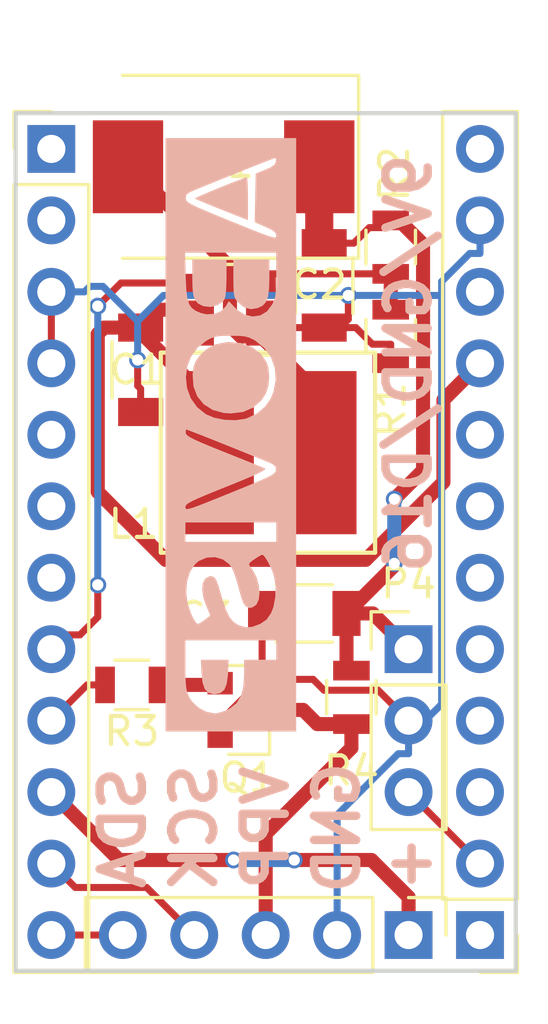
<source format=kicad_pcb>
(kicad_pcb (version 20171130) (host pcbnew "(5.1.12)-1")

  (general
    (thickness 1.6)
    (drawings 10)
    (tracks 120)
    (zones 0)
    (modules 16)
    (nets 14)
  )

  (page A4)
  (layers
    (0 F.Cu signal)
    (31 B.Cu signal)
    (32 B.Adhes user hide)
    (33 F.Adhes user hide)
    (34 B.Paste user hide)
    (35 F.Paste user hide)
    (36 B.SilkS user hide)
    (37 F.SilkS user hide)
    (38 B.Mask user hide)
    (39 F.Mask user hide)
    (40 Dwgs.User user hide)
    (41 Cmts.User user hide)
    (42 Eco1.User user)
    (43 Eco2.User user)
    (44 Edge.Cuts user)
    (45 Margin user)
    (46 B.CrtYd user)
    (47 F.CrtYd user)
    (48 B.Fab user)
    (49 F.Fab user)
  )

  (setup
    (last_trace_width 0.25)
    (user_trace_width 0.4)
    (user_trace_width 0.5)
    (user_trace_width 0.8)
    (user_trace_width 1)
    (user_trace_width 1.6)
    (trace_clearance 0.2)
    (zone_clearance 0.508)
    (zone_45_only no)
    (trace_min 0.2)
    (via_size 0.6)
    (via_drill 0.4)
    (via_min_size 0.4)
    (via_min_drill 0.3)
    (uvia_size 0.3)
    (uvia_drill 0.1)
    (uvias_allowed no)
    (uvia_min_size 0.2)
    (uvia_min_drill 0.1)
    (edge_width 0.15)
    (segment_width 0.2)
    (pcb_text_width 0.3)
    (pcb_text_size 1.5 1.5)
    (mod_edge_width 0.15)
    (mod_text_size 1 1)
    (mod_text_width 0.15)
    (pad_size 1.524 1.524)
    (pad_drill 0.762)
    (pad_to_mask_clearance 0.2)
    (aux_axis_origin 0 0)
    (visible_elements 7FFFFFFF)
    (pcbplotparams
      (layerselection 0x00030_80000001)
      (usegerberextensions false)
      (usegerberattributes true)
      (usegerberadvancedattributes true)
      (creategerberjobfile true)
      (excludeedgelayer true)
      (linewidth 0.100000)
      (plotframeref false)
      (viasonmask false)
      (mode 1)
      (useauxorigin false)
      (hpglpennumber 1)
      (hpglpenspeed 20)
      (hpglpendiameter 15.000000)
      (psnegative false)
      (psa4output false)
      (plotreference true)
      (plotvalue true)
      (plotinvisibletext false)
      (padsonsilk false)
      (subtractmaskfromsilk false)
      (outputformat 1)
      (mirror false)
      (drillshape 1)
      (scaleselection 1)
      (outputdirectory ""))
  )

  (net 0 "")
  (net 1 +5V)
  (net 2 GND)
  (net 3 9V)
  (net 4 "Net-(D1-Pad2)")
  (net 5 PROG_VCC)
  (net 6 PROG_VPP)
  (net 7 PROG_SCK)
  (net 8 PROG_SDA)
  (net 9 BOOST_EN)
  (net 10 TRIG_VPP)
  (net 11 "Net-(Q1-Pad1)")
  (net 12 "Net-(R1-Pad1)")
  (net 13 GPIO_16)

  (net_class Default "This is the default net class."
    (clearance 0.2)
    (trace_width 0.25)
    (via_dia 0.6)
    (via_drill 0.4)
    (uvia_dia 0.3)
    (uvia_drill 0.1)
    (add_net +5V)
    (add_net 9V)
    (add_net BOOST_EN)
    (add_net GND)
    (add_net GPIO_16)
    (add_net "Net-(D1-Pad2)")
    (add_net "Net-(Q1-Pad1)")
    (add_net "Net-(R1-Pad1)")
    (add_net PROG_SCK)
    (add_net PROG_SDA)
    (add_net PROG_VCC)
    (add_net PROG_VPP)
    (add_net TRIG_VPP)
  )

  (module Socket_Strips:Socket_Strip_Straight_1x12_Pitch2.54mm (layer F.Cu) (tedit 58CE2EFF) (tstamp 58CE1DF4)
    (at 127 101.6)
    (descr "Through hole straight socket strip, 1x12, 2.54mm pitch, single row")
    (tags "Through hole socket strip THT 1x12 2.54mm single row")
    (path /58CE39EB)
    (fp_text reference P2 (at -2.921 0) (layer F.SilkS) hide
      (effects (font (size 1 1) (thickness 0.15)))
    )
    (fp_text value CONN_01X12 (at 0 30.27) (layer F.Fab) hide
      (effects (font (size 1 1) (thickness 0.15)))
    )
    (fp_line (start 1.8 -1.8) (end -1.8 -1.8) (layer F.CrtYd) (width 0.05))
    (fp_line (start 1.8 29.75) (end 1.8 -1.8) (layer F.CrtYd) (width 0.05))
    (fp_line (start -1.8 29.75) (end 1.8 29.75) (layer F.CrtYd) (width 0.05))
    (fp_line (start -1.8 -1.8) (end -1.8 29.75) (layer F.CrtYd) (width 0.05))
    (fp_line (start -1.33 -1.33) (end 0 -1.33) (layer F.SilkS) (width 0.12))
    (fp_line (start -1.33 0) (end -1.33 -1.33) (layer F.SilkS) (width 0.12))
    (fp_line (start 1.33 1.27) (end -1.33 1.27) (layer F.SilkS) (width 0.12))
    (fp_line (start 1.33 29.27) (end 1.33 1.27) (layer F.SilkS) (width 0.12))
    (fp_line (start -1.33 29.27) (end 1.33 29.27) (layer F.SilkS) (width 0.12))
    (fp_line (start -1.33 1.27) (end -1.33 29.27) (layer F.SilkS) (width 0.12))
    (fp_line (start 1.27 -1.27) (end -1.27 -1.27) (layer F.Fab) (width 0.1))
    (fp_line (start 1.27 29.21) (end 1.27 -1.27) (layer F.Fab) (width 0.1))
    (fp_line (start -1.27 29.21) (end 1.27 29.21) (layer F.Fab) (width 0.1))
    (fp_line (start -1.27 -1.27) (end -1.27 29.21) (layer F.Fab) (width 0.1))
    (fp_text user %R (at 0 -2.33) (layer F.Fab) hide
      (effects (font (size 1 1) (thickness 0.15)))
    )
    (pad 1 thru_hole rect (at 0 0) (size 1.7 1.7) (drill 1) (layers *.Cu *.Mask))
    (pad 2 thru_hole oval (at 0 2.54) (size 1.7 1.7) (drill 1) (layers *.Cu *.Mask))
    (pad 3 thru_hole oval (at 0 5.08) (size 1.7 1.7) (drill 1) (layers *.Cu *.Mask)
      (net 2 GND))
    (pad 4 thru_hole oval (at 0 7.62) (size 1.7 1.7) (drill 1) (layers *.Cu *.Mask)
      (net 2 GND))
    (pad 5 thru_hole oval (at 0 10.16) (size 1.7 1.7) (drill 1) (layers *.Cu *.Mask))
    (pad 6 thru_hole oval (at 0 12.7) (size 1.7 1.7) (drill 1) (layers *.Cu *.Mask))
    (pad 7 thru_hole oval (at 0 15.24) (size 1.7 1.7) (drill 1) (layers *.Cu *.Mask))
    (pad 8 thru_hole oval (at 0 17.78) (size 1.7 1.7) (drill 1) (layers *.Cu *.Mask)
      (net 9 BOOST_EN))
    (pad 9 thru_hole oval (at 0 20.32) (size 1.7 1.7) (drill 1) (layers *.Cu *.Mask)
      (net 10 TRIG_VPP))
    (pad 10 thru_hole oval (at 0 22.86) (size 1.7 1.7) (drill 1) (layers *.Cu *.Mask)
      (net 5 PROG_VCC))
    (pad 11 thru_hole oval (at 0 25.4) (size 1.7 1.7) (drill 1) (layers *.Cu *.Mask)
      (net 7 PROG_SCK))
    (pad 12 thru_hole oval (at 0 27.94) (size 1.7 1.7) (drill 1) (layers *.Cu *.Mask)
      (net 8 PROG_SDA))
    (model ${KISYS3DMOD}/Socket_Strips.3dshapes/Socket_Strip_Straight_1x12_Pitch2.54mm.wrl
      (offset (xyz 0 -13.96999979019165 0))
      (scale (xyz 1 1 1))
      (rotate (xyz 0 0 270))
    )
  )

  (module Capacitors_SMD:C_1206 (layer F.Cu) (tedit 58CE24B3) (tstamp 58CE1D84)
    (at 130.175 109.45 270)
    (descr "Capacitor SMD 1206, reflow soldering, AVX (see smccp.pdf)")
    (tags "capacitor 1206")
    (path /58CB50CE)
    (attr smd)
    (fp_text reference C1 (at 0 0.127) (layer F.SilkS)
      (effects (font (size 1 1) (thickness 0.15)))
    )
    (fp_text value 22uF (at 0 2 270) (layer F.Fab) hide
      (effects (font (size 1 1) (thickness 0.15)))
    )
    (fp_line (start 2.25 1.05) (end -2.25 1.05) (layer F.CrtYd) (width 0.05))
    (fp_line (start 2.25 1.05) (end 2.25 -1.05) (layer F.CrtYd) (width 0.05))
    (fp_line (start -2.25 -1.05) (end -2.25 1.05) (layer F.CrtYd) (width 0.05))
    (fp_line (start -2.25 -1.05) (end 2.25 -1.05) (layer F.CrtYd) (width 0.05))
    (fp_line (start -1 1.02) (end 1 1.02) (layer F.SilkS) (width 0.12))
    (fp_line (start 1 -1.02) (end -1 -1.02) (layer F.SilkS) (width 0.12))
    (fp_line (start -1.6 -0.8) (end 1.6 -0.8) (layer F.Fab) (width 0.1))
    (fp_line (start 1.6 -0.8) (end 1.6 0.8) (layer F.Fab) (width 0.1))
    (fp_line (start 1.6 0.8) (end -1.6 0.8) (layer F.Fab) (width 0.1))
    (fp_line (start -1.6 0.8) (end -1.6 -0.8) (layer F.Fab) (width 0.1))
    (fp_text user %R (at 0 -1.75 270) (layer F.Fab)
      (effects (font (size 1 1) (thickness 0.15)))
    )
    (pad 1 smd rect (at -1.5 0 270) (size 1 1.6) (layers F.Cu F.Paste F.Mask)
      (net 1 +5V))
    (pad 2 smd rect (at 1.5 0 270) (size 1 1.6) (layers F.Cu F.Paste F.Mask)
      (net 2 GND))
    (model Capacitors_SMD.3dshapes/C_1206.wrl
      (at (xyz 0 0 0))
      (scale (xyz 1 1 1))
      (rotate (xyz 0 0 0))
    )
  )

  (module Capacitors_SMD:C_1206 (layer F.Cu) (tedit 58CE23AC) (tstamp 58CE1D95)
    (at 136.7 106.45 270)
    (descr "Capacitor SMD 1206, reflow soldering, AVX (see smccp.pdf)")
    (tags "capacitor 1206")
    (path /58CD3B26)
    (attr smd)
    (fp_text reference C2 (at -0.024 0.175) (layer F.SilkS)
      (effects (font (size 1 1) (thickness 0.15)))
    )
    (fp_text value 22uF (at 0 2 270) (layer F.Fab) hide
      (effects (font (size 1 1) (thickness 0.15)))
    )
    (fp_line (start 2.25 1.05) (end -2.25 1.05) (layer F.CrtYd) (width 0.05))
    (fp_line (start 2.25 1.05) (end 2.25 -1.05) (layer F.CrtYd) (width 0.05))
    (fp_line (start -2.25 -1.05) (end -2.25 1.05) (layer F.CrtYd) (width 0.05))
    (fp_line (start -2.25 -1.05) (end 2.25 -1.05) (layer F.CrtYd) (width 0.05))
    (fp_line (start -1 1.02) (end 1 1.02) (layer F.SilkS) (width 0.12))
    (fp_line (start 1 -1.02) (end -1 -1.02) (layer F.SilkS) (width 0.12))
    (fp_line (start -1.6 -0.8) (end 1.6 -0.8) (layer F.Fab) (width 0.1))
    (fp_line (start 1.6 -0.8) (end 1.6 0.8) (layer F.Fab) (width 0.1))
    (fp_line (start 1.6 0.8) (end -1.6 0.8) (layer F.Fab) (width 0.1))
    (fp_line (start -1.6 0.8) (end -1.6 -0.8) (layer F.Fab) (width 0.1))
    (fp_text user %R (at 0 -1.75 270) (layer F.Fab)
      (effects (font (size 1 1) (thickness 0.15)))
    )
    (pad 1 smd rect (at -1.5 0 270) (size 1 1.6) (layers F.Cu F.Paste F.Mask)
      (net 3 9V))
    (pad 2 smd rect (at 1.5 0 270) (size 1 1.6) (layers F.Cu F.Paste F.Mask)
      (net 2 GND))
    (model Capacitors_SMD.3dshapes/C_1206.wrl
      (at (xyz 0 0 0))
      (scale (xyz 1 1 1))
      (rotate (xyz 0 0 0))
    )
  )

  (module Capacitors_SMD:C_1206 (layer F.Cu) (tedit 58CE2EE4) (tstamp 58CE1DA6)
    (at 135.993 118.11 180)
    (descr "Capacitor SMD 1206, reflow soldering, AVX (see smccp.pdf)")
    (tags "capacitor 1206")
    (path /58CE0F9C)
    (attr smd)
    (fp_text reference C3 (at 3.532 -0.127 180) (layer F.SilkS)
      (effects (font (size 1 1) (thickness 0.15)))
    )
    (fp_text value 10uF (at 3.786 0 180) (layer F.Fab)
      (effects (font (size 1 1) (thickness 0.15)))
    )
    (fp_line (start 2.25 1.05) (end -2.25 1.05) (layer F.CrtYd) (width 0.05))
    (fp_line (start 2.25 1.05) (end 2.25 -1.05) (layer F.CrtYd) (width 0.05))
    (fp_line (start -2.25 -1.05) (end -2.25 1.05) (layer F.CrtYd) (width 0.05))
    (fp_line (start -2.25 -1.05) (end 2.25 -1.05) (layer F.CrtYd) (width 0.05))
    (fp_line (start -1 1.02) (end 1 1.02) (layer F.SilkS) (width 0.12))
    (fp_line (start 1 -1.02) (end -1 -1.02) (layer F.SilkS) (width 0.12))
    (fp_line (start -1.6 -0.8) (end 1.6 -0.8) (layer F.Fab) (width 0.1))
    (fp_line (start 1.6 -0.8) (end 1.6 0.8) (layer F.Fab) (width 0.1))
    (fp_line (start 1.6 0.8) (end -1.6 0.8) (layer F.Fab) (width 0.1))
    (fp_line (start -1.6 0.8) (end -1.6 -0.8) (layer F.Fab) (width 0.1))
    (fp_text user %R (at 3.532 0.762 180) (layer F.Fab)
      (effects (font (size 1 1) (thickness 0.15)))
    )
    (pad 1 smd rect (at -1.5 0 180) (size 1 1.6) (layers F.Cu F.Paste F.Mask)
      (net 3 9V))
    (pad 2 smd rect (at 1.5 0 180) (size 1 1.6) (layers F.Cu F.Paste F.Mask)
      (net 2 GND))
    (model Capacitors_SMD.3dshapes/C_1206.wrl
      (at (xyz 0 0 0))
      (scale (xyz 1 1 1))
      (rotate (xyz 0 0 0))
    )
  )

  (module Diodes_SMD:D_SMC_Standard (layer F.Cu) (tedit 5864295D) (tstamp 58CE1DBD)
    (at 133.125 102.235 180)
    (descr "Diode SMC Standard = DO-214AB")
    (tags "Diode SMC Standard DO-214AB")
    (path /58CB515A)
    (attr smd)
    (fp_text reference D1 (at -0.098 0.127 180) (layer F.SilkS)
      (effects (font (size 1 1) (thickness 0.15)))
    )
    (fp_text value SS34 (at 0 5.08 180) (layer F.Fab)
      (effects (font (size 1 1) (thickness 0.15)))
    )
    (fp_line (start -4.8 -3.25) (end 3.6 -3.25) (layer F.SilkS) (width 0.12))
    (fp_line (start -4.8 3.25) (end 3.6 3.25) (layer F.SilkS) (width 0.12))
    (fp_line (start -0.64944 0.00102) (end 0.50118 -0.79908) (layer F.Fab) (width 0.1))
    (fp_line (start -0.64944 0.00102) (end 0.50118 0.75032) (layer F.Fab) (width 0.1))
    (fp_line (start 0.50118 0.75032) (end 0.50118 -0.79908) (layer F.Fab) (width 0.1))
    (fp_line (start -0.64944 -0.79908) (end -0.64944 0.80112) (layer F.Fab) (width 0.1))
    (fp_line (start 0.50118 0.00102) (end 1.4994 0.00102) (layer F.Fab) (width 0.1))
    (fp_line (start -0.64944 0.00102) (end -1.55114 0.00102) (layer F.Fab) (width 0.1))
    (fp_line (start -4.9 3.35) (end -4.9 -3.35) (layer F.CrtYd) (width 0.05))
    (fp_line (start 4.9 3.35) (end -4.9 3.35) (layer F.CrtYd) (width 0.05))
    (fp_line (start 4.9 -3.35) (end 4.9 3.35) (layer F.CrtYd) (width 0.05))
    (fp_line (start -4.9 -3.35) (end 4.9 -3.35) (layer F.CrtYd) (width 0.05))
    (fp_line (start 3.55 -3.1) (end -3.55 -3.1) (layer F.Fab) (width 0.1))
    (fp_line (start 3.55 -3.1) (end 3.55 3.1) (layer F.Fab) (width 0.1))
    (fp_line (start -3.55 3.1) (end -3.55 -3.1) (layer F.Fab) (width 0.1))
    (fp_line (start 3.55 3.1) (end -3.55 3.1) (layer F.Fab) (width 0.1))
    (fp_line (start -4.8 3.25) (end -4.8 -3.25) (layer F.SilkS) (width 0.12))
    (pad 1 smd rect (at -3.4 0 270) (size 3.3 2.5) (layers F.Cu F.Paste F.Mask)
      (net 3 9V))
    (pad 2 smd rect (at 3.4 0 270) (size 3.3 2.5) (layers F.Cu F.Paste F.Mask)
      (net 4 "Net-(D1-Pad2)"))
    (model Diodes_SMD.3dshapes/D_SMC_Standard.wrl
      (at (xyz 0 0 0))
      (scale (xyz 0.3937 0.3937 0.3937))
      (rotate (xyz 0 0 180))
    )
  )

  (module Socket_Strips:Socket_Strip_Straight_1x05_Pitch2.54mm (layer F.Cu) (tedit 58CE2EF3) (tstamp 58CE1DD5)
    (at 139.7 129.54 270)
    (descr "Through hole straight socket strip, 1x05, 2.54mm pitch, single row")
    (tags "Through hole socket strip THT 1x05 2.54mm single row")
    (path /58CE2A7D)
    (fp_text reference P1 (at -2.286 0.127) (layer F.SilkS) hide
      (effects (font (size 1 1) (thickness 0.15)))
    )
    (fp_text value CONN_01X05 (at 0 12.49 270) (layer F.Fab) hide
      (effects (font (size 1 1) (thickness 0.15)))
    )
    (fp_line (start 1.8 -1.8) (end -1.8 -1.8) (layer F.CrtYd) (width 0.05))
    (fp_line (start 1.8 11.95) (end 1.8 -1.8) (layer F.CrtYd) (width 0.05))
    (fp_line (start -1.8 11.95) (end 1.8 11.95) (layer F.CrtYd) (width 0.05))
    (fp_line (start -1.8 -1.8) (end -1.8 11.95) (layer F.CrtYd) (width 0.05))
    (fp_line (start -1.33 -1.33) (end 0 -1.33) (layer F.SilkS) (width 0.12))
    (fp_line (start -1.33 0) (end -1.33 -1.33) (layer F.SilkS) (width 0.12))
    (fp_line (start 1.33 1.27) (end -1.33 1.27) (layer F.SilkS) (width 0.12))
    (fp_line (start 1.33 11.49) (end 1.33 1.27) (layer F.SilkS) (width 0.12))
    (fp_line (start -1.33 11.49) (end 1.33 11.49) (layer F.SilkS) (width 0.12))
    (fp_line (start -1.33 1.27) (end -1.33 11.49) (layer F.SilkS) (width 0.12))
    (fp_line (start 1.27 -1.27) (end -1.27 -1.27) (layer F.Fab) (width 0.1))
    (fp_line (start 1.27 11.43) (end 1.27 -1.27) (layer F.Fab) (width 0.1))
    (fp_line (start -1.27 11.43) (end 1.27 11.43) (layer F.Fab) (width 0.1))
    (fp_line (start -1.27 -1.27) (end -1.27 11.43) (layer F.Fab) (width 0.1))
    (fp_text user %R (at 0 -2.33 270) (layer F.Fab)
      (effects (font (size 1 1) (thickness 0.15)))
    )
    (pad 1 thru_hole rect (at 0 0 270) (size 1.7 1.7) (drill 1) (layers *.Cu *.Mask)
      (net 5 PROG_VCC))
    (pad 2 thru_hole oval (at 0 2.54 270) (size 1.7 1.7) (drill 1) (layers *.Cu *.Mask)
      (net 2 GND))
    (pad 3 thru_hole oval (at 0 5.08 270) (size 1.7 1.7) (drill 1) (layers *.Cu *.Mask)
      (net 6 PROG_VPP))
    (pad 4 thru_hole oval (at 0 7.62 270) (size 1.7 1.7) (drill 1) (layers *.Cu *.Mask)
      (net 7 PROG_SCK))
    (pad 5 thru_hole oval (at 0 10.16 270) (size 1.7 1.7) (drill 1) (layers *.Cu *.Mask)
      (net 8 PROG_SDA))
    (model ${KISYS3DMOD}/Socket_Strips.3dshapes/Socket_Strip_Straight_1x05_Pitch2.54mm.wrl
      (offset (xyz 0 -5.079999923706055 0))
      (scale (xyz 1 1 1))
      (rotate (xyz 0 0 270))
    )
  )

  (module Socket_Strips:Socket_Strip_Straight_1x12_Pitch2.54mm (layer F.Cu) (tedit 58CE2F08) (tstamp 58CE1E13)
    (at 142.24 129.54 180)
    (descr "Through hole straight socket strip, 1x12, 2.54mm pitch, single row")
    (tags "Through hole socket strip THT 1x12 2.54mm single row")
    (path /58CE3A35)
    (fp_text reference P3 (at 2.667 3.81 180) (layer F.SilkS) hide
      (effects (font (size 1 1) (thickness 0.15)))
    )
    (fp_text value CONN_01X12 (at 0 30.27 180) (layer F.Fab) hide
      (effects (font (size 1 1) (thickness 0.15)))
    )
    (fp_line (start 1.8 -1.8) (end -1.8 -1.8) (layer F.CrtYd) (width 0.05))
    (fp_line (start 1.8 29.75) (end 1.8 -1.8) (layer F.CrtYd) (width 0.05))
    (fp_line (start -1.8 29.75) (end 1.8 29.75) (layer F.CrtYd) (width 0.05))
    (fp_line (start -1.8 -1.8) (end -1.8 29.75) (layer F.CrtYd) (width 0.05))
    (fp_line (start -1.33 -1.33) (end 0 -1.33) (layer F.SilkS) (width 0.12))
    (fp_line (start -1.33 0) (end -1.33 -1.33) (layer F.SilkS) (width 0.12))
    (fp_line (start 1.33 1.27) (end -1.33 1.27) (layer F.SilkS) (width 0.12))
    (fp_line (start 1.33 29.27) (end 1.33 1.27) (layer F.SilkS) (width 0.12))
    (fp_line (start -1.33 29.27) (end 1.33 29.27) (layer F.SilkS) (width 0.12))
    (fp_line (start -1.33 1.27) (end -1.33 29.27) (layer F.SilkS) (width 0.12))
    (fp_line (start 1.27 -1.27) (end -1.27 -1.27) (layer F.Fab) (width 0.1))
    (fp_line (start 1.27 29.21) (end 1.27 -1.27) (layer F.Fab) (width 0.1))
    (fp_line (start -1.27 29.21) (end 1.27 29.21) (layer F.Fab) (width 0.1))
    (fp_line (start -1.27 -1.27) (end -1.27 29.21) (layer F.Fab) (width 0.1))
    (fp_text user %R (at 0 -2.33 180) (layer F.Fab)
      (effects (font (size 1 1) (thickness 0.15)))
    )
    (pad 1 thru_hole rect (at 0 0 180) (size 1.7 1.7) (drill 1) (layers *.Cu *.Mask))
    (pad 2 thru_hole oval (at 0 2.54 180) (size 1.7 1.7) (drill 1) (layers *.Cu *.Mask)
      (net 13 GPIO_16))
    (pad 3 thru_hole oval (at 0 5.08 180) (size 1.7 1.7) (drill 1) (layers *.Cu *.Mask))
    (pad 4 thru_hole oval (at 0 7.62 180) (size 1.7 1.7) (drill 1) (layers *.Cu *.Mask))
    (pad 5 thru_hole oval (at 0 10.16 180) (size 1.7 1.7) (drill 1) (layers *.Cu *.Mask))
    (pad 6 thru_hole oval (at 0 12.7 180) (size 1.7 1.7) (drill 1) (layers *.Cu *.Mask))
    (pad 7 thru_hole oval (at 0 15.24 180) (size 1.7 1.7) (drill 1) (layers *.Cu *.Mask))
    (pad 8 thru_hole oval (at 0 17.78 180) (size 1.7 1.7) (drill 1) (layers *.Cu *.Mask))
    (pad 9 thru_hole oval (at 0 20.32 180) (size 1.7 1.7) (drill 1) (layers *.Cu *.Mask)
      (net 1 +5V))
    (pad 10 thru_hole oval (at 0 22.86 180) (size 1.7 1.7) (drill 1) (layers *.Cu *.Mask))
    (pad 11 thru_hole oval (at 0 25.4 180) (size 1.7 1.7) (drill 1) (layers *.Cu *.Mask)
      (net 2 GND))
    (pad 12 thru_hole oval (at 0 27.94 180) (size 1.7 1.7) (drill 1) (layers *.Cu *.Mask))
    (model ${KISYS3DMOD}/Socket_Strips.3dshapes/Socket_Strip_Straight_1x12_Pitch2.54mm.wrl
      (offset (xyz 0 -13.96999979019165 0))
      (scale (xyz 1 1 1))
      (rotate (xyz 0 0 270))
    )
  )

  (module SOT-23 (layer F.Cu) (tedit 58CE2431) (tstamp 58CE1E27)
    (at 134.001 121.539)
    (descr "SOT-23, Standard")
    (tags SOT-23)
    (path /58CE1B1A)
    (attr smd)
    (fp_text reference Q1 (at -0.016 2.413) (layer F.SilkS)
      (effects (font (size 1 1) (thickness 0.15)))
    )
    (fp_text value MMBT3904 (at 0 2.86) (layer F.Fab) hide
      (effects (font (size 1 1) (thickness 0.15)))
    )
    (fp_line (start 0.76 1.58) (end -0.7 1.58) (layer F.SilkS) (width 0.12))
    (fp_line (start 0.76 -1.58) (end -1.4 -1.58) (layer F.SilkS) (width 0.12))
    (fp_line (start -1.7 1.75) (end -1.7 -1.75) (layer F.CrtYd) (width 0.05))
    (fp_line (start 1.7 1.75) (end -1.7 1.75) (layer F.CrtYd) (width 0.05))
    (fp_line (start 1.7 -1.75) (end 1.7 1.75) (layer F.CrtYd) (width 0.05))
    (fp_line (start -1.7 -1.75) (end 1.7 -1.75) (layer F.CrtYd) (width 0.05))
    (fp_line (start 0.76 -1.58) (end 0.76 -0.65) (layer F.SilkS) (width 0.12))
    (fp_line (start 0.76 1.58) (end 0.76 0.65) (layer F.SilkS) (width 0.12))
    (fp_line (start -0.7 1.52) (end 0.7 1.52) (layer F.Fab) (width 0.1))
    (fp_line (start 0.7 -1.52) (end 0.7 1.52) (layer F.Fab) (width 0.1))
    (fp_line (start -0.7 -0.95) (end -0.15 -1.52) (layer F.Fab) (width 0.1))
    (fp_line (start -0.15 -1.52) (end 0.7 -1.52) (layer F.Fab) (width 0.1))
    (fp_line (start -0.7 -0.95) (end -0.7 1.5) (layer F.Fab) (width 0.1))
    (pad 1 smd rect (at -1 -0.95) (size 0.9 0.8) (layers F.Cu F.Paste F.Mask)
      (net 11 "Net-(Q1-Pad1)"))
    (pad 2 smd rect (at -1 0.95) (size 0.9 0.8) (layers F.Cu F.Paste F.Mask)
      (net 2 GND))
    (pad 3 smd rect (at 1 0) (size 0.9 0.8) (layers F.Cu F.Paste F.Mask)
      (net 6 PROG_VPP))
    (model TO_SOT_Packages_SMD.3dshapes/SOT-23.wrl
      (at (xyz 0 0 0))
      (scale (xyz 1 1 1))
      (rotate (xyz 0 0 90))
    )
  )

  (module Resistors_SMD:R_0805 (layer F.Cu) (tedit 58AADA8F) (tstamp 58CE1E38)
    (at 139.065 108.265 270)
    (descr "Resistor SMD 0805, reflow soldering, Vishay (see dcrcw.pdf)")
    (tags "resistor 0805")
    (path /58CB518F)
    (attr smd)
    (fp_text reference R1 (at 2.606 0 270) (layer F.SilkS)
      (effects (font (size 1 1) (thickness 0.15)))
    )
    (fp_text value 2.2K (at 0 1.75 270) (layer F.Fab)
      (effects (font (size 1 1) (thickness 0.15)))
    )
    (fp_line (start 1.55 0.9) (end -1.55 0.9) (layer F.CrtYd) (width 0.05))
    (fp_line (start 1.55 0.9) (end 1.55 -0.9) (layer F.CrtYd) (width 0.05))
    (fp_line (start -1.55 -0.9) (end -1.55 0.9) (layer F.CrtYd) (width 0.05))
    (fp_line (start -1.55 -0.9) (end 1.55 -0.9) (layer F.CrtYd) (width 0.05))
    (fp_line (start -0.6 -0.88) (end 0.6 -0.88) (layer F.SilkS) (width 0.12))
    (fp_line (start 0.6 0.88) (end -0.6 0.88) (layer F.SilkS) (width 0.12))
    (fp_line (start -1 -0.62) (end 1 -0.62) (layer F.Fab) (width 0.1))
    (fp_line (start 1 -0.62) (end 1 0.62) (layer F.Fab) (width 0.1))
    (fp_line (start 1 0.62) (end -1 0.62) (layer F.Fab) (width 0.1))
    (fp_line (start -1 0.62) (end -1 -0.62) (layer F.Fab) (width 0.1))
    (fp_text user %R (at 0 -1.65 270) (layer F.Fab)
      (effects (font (size 1 1) (thickness 0.15)))
    )
    (pad 1 smd rect (at -0.95 0 270) (size 0.7 1.3) (layers F.Cu F.Paste F.Mask)
      (net 12 "Net-(R1-Pad1)"))
    (pad 2 smd rect (at 0.95 0 270) (size 0.7 1.3) (layers F.Cu F.Paste F.Mask)
      (net 2 GND))
    (model Resistors_SMD.3dshapes/R_0805.wrl
      (at (xyz 0 0 0))
      (scale (xyz 1 1 1))
      (rotate (xyz 0 0 0))
    )
  )

  (module Resistors_SMD:R_0805 (layer F.Cu) (tedit 58AADA8F) (tstamp 58CE1E49)
    (at 139.065 105.09 90)
    (descr "Resistor SMD 0805, reflow soldering, Vishay (see dcrcw.pdf)")
    (tags "resistor 0805")
    (path /58CD39A9)
    (attr smd)
    (fp_text reference R2 (at 2.601 0.127 90) (layer F.SilkS)
      (effects (font (size 1 1) (thickness 0.15)))
    )
    (fp_text value 33K (at 0 1.75 90) (layer F.Fab)
      (effects (font (size 1 1) (thickness 0.15)))
    )
    (fp_line (start 1.55 0.9) (end -1.55 0.9) (layer F.CrtYd) (width 0.05))
    (fp_line (start 1.55 0.9) (end 1.55 -0.9) (layer F.CrtYd) (width 0.05))
    (fp_line (start -1.55 -0.9) (end -1.55 0.9) (layer F.CrtYd) (width 0.05))
    (fp_line (start -1.55 -0.9) (end 1.55 -0.9) (layer F.CrtYd) (width 0.05))
    (fp_line (start -0.6 -0.88) (end 0.6 -0.88) (layer F.SilkS) (width 0.12))
    (fp_line (start 0.6 0.88) (end -0.6 0.88) (layer F.SilkS) (width 0.12))
    (fp_line (start -1 -0.62) (end 1 -0.62) (layer F.Fab) (width 0.1))
    (fp_line (start 1 -0.62) (end 1 0.62) (layer F.Fab) (width 0.1))
    (fp_line (start 1 0.62) (end -1 0.62) (layer F.Fab) (width 0.1))
    (fp_line (start -1 0.62) (end -1 -0.62) (layer F.Fab) (width 0.1))
    (fp_text user %R (at 0 -1.65 90) (layer F.Fab)
      (effects (font (size 1 1) (thickness 0.15)))
    )
    (pad 1 smd rect (at -0.95 0 90) (size 0.7 1.3) (layers F.Cu F.Paste F.Mask)
      (net 12 "Net-(R1-Pad1)"))
    (pad 2 smd rect (at 0.95 0 90) (size 0.7 1.3) (layers F.Cu F.Paste F.Mask)
      (net 3 9V))
    (model Resistors_SMD.3dshapes/R_0805.wrl
      (at (xyz 0 0 0))
      (scale (xyz 1 1 1))
      (rotate (xyz 0 0 0))
    )
  )

  (module Resistors_SMD:R_0805 (layer F.Cu) (tedit 58AADA8F) (tstamp 58CE1E5A)
    (at 129.86 120.65 180)
    (descr "Resistor SMD 0805, reflow soldering, Vishay (see dcrcw.pdf)")
    (tags "resistor 0805")
    (path /58CE2112)
    (attr smd)
    (fp_text reference R3 (at 0 -1.65 180) (layer F.SilkS)
      (effects (font (size 1 1) (thickness 0.15)))
    )
    (fp_text value 1K (at 0 -1.778 180) (layer F.Fab)
      (effects (font (size 1 1) (thickness 0.15)))
    )
    (fp_line (start 1.55 0.9) (end -1.55 0.9) (layer F.CrtYd) (width 0.05))
    (fp_line (start 1.55 0.9) (end 1.55 -0.9) (layer F.CrtYd) (width 0.05))
    (fp_line (start -1.55 -0.9) (end -1.55 0.9) (layer F.CrtYd) (width 0.05))
    (fp_line (start -1.55 -0.9) (end 1.55 -0.9) (layer F.CrtYd) (width 0.05))
    (fp_line (start -0.6 -0.88) (end 0.6 -0.88) (layer F.SilkS) (width 0.12))
    (fp_line (start 0.6 0.88) (end -0.6 0.88) (layer F.SilkS) (width 0.12))
    (fp_line (start -1 -0.62) (end 1 -0.62) (layer F.Fab) (width 0.1))
    (fp_line (start 1 -0.62) (end 1 0.62) (layer F.Fab) (width 0.1))
    (fp_line (start 1 0.62) (end -1 0.62) (layer F.Fab) (width 0.1))
    (fp_line (start -1 0.62) (end -1 -0.62) (layer F.Fab) (width 0.1))
    (fp_text user %R (at 0 -1.65 180) (layer F.Fab)
      (effects (font (size 1 1) (thickness 0.15)))
    )
    (pad 1 smd rect (at -0.95 0 180) (size 0.7 1.3) (layers F.Cu F.Paste F.Mask)
      (net 11 "Net-(Q1-Pad1)"))
    (pad 2 smd rect (at 0.95 0 180) (size 0.7 1.3) (layers F.Cu F.Paste F.Mask)
      (net 10 TRIG_VPP))
    (model Resistors_SMD.3dshapes/R_0805.wrl
      (at (xyz 0 0 0))
      (scale (xyz 1 1 1))
      (rotate (xyz 0 0 0))
    )
  )

  (module Resistors_SMD:R_0805 (layer F.Cu) (tedit 58AADA8F) (tstamp 58CE1E6B)
    (at 137.668 121.092 270)
    (descr "Resistor SMD 0805, reflow soldering, Vishay (see dcrcw.pdf)")
    (tags "resistor 0805")
    (path /58CE1F87)
    (attr smd)
    (fp_text reference R4 (at 2.606 0) (layer F.SilkS)
      (effects (font (size 1 1) (thickness 0.15)))
    )
    (fp_text value 10K (at 0 1.75 270) (layer F.Fab)
      (effects (font (size 1 1) (thickness 0.15)))
    )
    (fp_line (start 1.55 0.9) (end -1.55 0.9) (layer F.CrtYd) (width 0.05))
    (fp_line (start 1.55 0.9) (end 1.55 -0.9) (layer F.CrtYd) (width 0.05))
    (fp_line (start -1.55 -0.9) (end -1.55 0.9) (layer F.CrtYd) (width 0.05))
    (fp_line (start -1.55 -0.9) (end 1.55 -0.9) (layer F.CrtYd) (width 0.05))
    (fp_line (start -0.6 -0.88) (end 0.6 -0.88) (layer F.SilkS) (width 0.12))
    (fp_line (start 0.6 0.88) (end -0.6 0.88) (layer F.SilkS) (width 0.12))
    (fp_line (start -1 -0.62) (end 1 -0.62) (layer F.Fab) (width 0.1))
    (fp_line (start 1 -0.62) (end 1 0.62) (layer F.Fab) (width 0.1))
    (fp_line (start 1 0.62) (end -1 0.62) (layer F.Fab) (width 0.1))
    (fp_line (start -1 0.62) (end -1 -0.62) (layer F.Fab) (width 0.1))
    (fp_text user %R (at 0 -1.65 270) (layer F.Fab)
      (effects (font (size 1 1) (thickness 0.15)))
    )
    (pad 1 smd rect (at -0.95 0 270) (size 0.7 1.3) (layers F.Cu F.Paste F.Mask)
      (net 3 9V))
    (pad 2 smd rect (at 0.95 0 270) (size 0.7 1.3) (layers F.Cu F.Paste F.Mask)
      (net 6 PROG_VPP))
    (model Resistors_SMD.3dshapes/R_0805.wrl
      (at (xyz 0 0 0))
      (scale (xyz 1 1 1))
      (rotate (xyz 0 0 0))
    )
  )

  (module TO_SOT_Packages_SMD:SOT-23-6 (layer F.Cu) (tedit 58CE2593) (tstamp 58CE1E80)
    (at 133.35 107.315 180)
    (descr "6-pin SOT-23 package")
    (tags SOT-23-6)
    (path /58CB500C)
    (attr smd)
    (fp_text reference U1 (at 0 -2.54 180) (layer F.SilkS) hide
      (effects (font (size 1 1) (thickness 0.15)))
    )
    (fp_text value MT3608 (at 0 2.9 180) (layer F.Fab) hide
      (effects (font (size 1 1) (thickness 0.15)))
    )
    (fp_line (start 0.9 -1.55) (end 0.9 1.55) (layer F.Fab) (width 0.1))
    (fp_line (start 0.9 1.55) (end -0.9 1.55) (layer F.Fab) (width 0.1))
    (fp_line (start -0.9 -0.9) (end -0.9 1.55) (layer F.Fab) (width 0.1))
    (fp_line (start 0.9 -1.55) (end -0.25 -1.55) (layer F.Fab) (width 0.1))
    (fp_line (start -0.9 -0.9) (end -0.25 -1.55) (layer F.Fab) (width 0.1))
    (fp_line (start -1.9 -1.8) (end -1.9 1.8) (layer F.CrtYd) (width 0.05))
    (fp_line (start -1.9 1.8) (end 1.9 1.8) (layer F.CrtYd) (width 0.05))
    (fp_line (start 1.9 1.8) (end 1.9 -1.8) (layer F.CrtYd) (width 0.05))
    (fp_line (start 1.9 -1.8) (end -1.9 -1.8) (layer F.CrtYd) (width 0.05))
    (fp_line (start 0.9 -1.61) (end -1.55 -1.61) (layer F.SilkS) (width 0.12))
    (fp_line (start -0.9 1.61) (end 0.9 1.61) (layer F.SilkS) (width 0.12))
    (pad 1 smd rect (at -1.1 -0.95 180) (size 1.06 0.65) (layers F.Cu F.Paste F.Mask)
      (net 4 "Net-(D1-Pad2)"))
    (pad 2 smd rect (at -1.1 0 180) (size 1.06 0.65) (layers F.Cu F.Paste F.Mask)
      (net 2 GND))
    (pad 3 smd rect (at -1.1 0.95 180) (size 1.06 0.65) (layers F.Cu F.Paste F.Mask)
      (net 12 "Net-(R1-Pad1)"))
    (pad 4 smd rect (at 1.1 0.95 180) (size 1.06 0.65) (layers F.Cu F.Paste F.Mask)
      (net 9 BOOST_EN))
    (pad 6 smd rect (at 1.1 -0.95 180) (size 1.06 0.65) (layers F.Cu F.Paste F.Mask))
    (pad 5 smd rect (at 1.1 0 180) (size 1.06 0.65) (layers F.Cu F.Paste F.Mask)
      (net 1 +5V))
    (model TO_SOT_Packages_SMD.3dshapes/SOT-23-6.wrl
      (at (xyz 0 0 0))
      (scale (xyz 1 1 1))
      (rotate (xyz 0 0 0))
    )
  )

  (module ABOVISP_Footprints:SMD_Inductor_CD54 (layer F.Cu) (tedit 58CE20A9) (tstamp 58CE2686)
    (at 134.7 112.395)
    (path /58CB5135)
    (fp_text reference L1 (at -4.779 2.54) (layer F.SilkS)
      (effects (font (size 1 1) (thickness 0.15)))
    )
    (fp_text value 4.7uH (at 0 -5.08) (layer F.Fab)
      (effects (font (size 1 1) (thickness 0.15)))
    )
    (fp_line (start -3.81 -3.556) (end -3.81 3.556) (layer F.SilkS) (width 0.15))
    (fp_line (start -3.81 3.556) (end 3.81 3.556) (layer F.SilkS) (width 0.15))
    (fp_line (start 3.81 3.556) (end 3.81 -3.556) (layer F.SilkS) (width 0.15))
    (fp_line (start 3.81 -3.556) (end -3.81 -3.556) (layer F.SilkS) (width 0.15))
    (pad 1 smd rect (at -1.825 0) (size 2.65 5.8) (layers F.Cu F.Paste F.Mask)
      (net 1 +5V))
    (pad 2 smd rect (at 1.825 0) (size 2.65 5.8) (layers F.Cu F.Paste F.Mask)
      (net 4 "Net-(D1-Pad2)"))
  )

  (module Socket_Strips:Socket_Strip_Straight_1x03_Pitch2.54mm (layer F.Cu) (tedit 58CD5446) (tstamp 58CE3247)
    (at 139.7 119.38)
    (descr "Through hole straight socket strip, 1x03, 2.54mm pitch, single row")
    (tags "Through hole socket strip THT 1x03 2.54mm single row")
    (path /58CE752F)
    (fp_text reference P4 (at 0 -2.33) (layer F.SilkS)
      (effects (font (size 1 1) (thickness 0.15)))
    )
    (fp_text value CONN_01X03 (at 0 7.41) (layer F.Fab)
      (effects (font (size 1 1) (thickness 0.15)))
    )
    (fp_line (start 1.8 -1.8) (end -1.8 -1.8) (layer F.CrtYd) (width 0.05))
    (fp_line (start 1.8 6.85) (end 1.8 -1.8) (layer F.CrtYd) (width 0.05))
    (fp_line (start -1.8 6.85) (end 1.8 6.85) (layer F.CrtYd) (width 0.05))
    (fp_line (start -1.8 -1.8) (end -1.8 6.85) (layer F.CrtYd) (width 0.05))
    (fp_line (start -1.33 -1.33) (end 0 -1.33) (layer F.SilkS) (width 0.12))
    (fp_line (start -1.33 0) (end -1.33 -1.33) (layer F.SilkS) (width 0.12))
    (fp_line (start 1.33 1.27) (end -1.33 1.27) (layer F.SilkS) (width 0.12))
    (fp_line (start 1.33 6.41) (end 1.33 1.27) (layer F.SilkS) (width 0.12))
    (fp_line (start -1.33 6.41) (end 1.33 6.41) (layer F.SilkS) (width 0.12))
    (fp_line (start -1.33 1.27) (end -1.33 6.41) (layer F.SilkS) (width 0.12))
    (fp_line (start 1.27 -1.27) (end -1.27 -1.27) (layer F.Fab) (width 0.1))
    (fp_line (start 1.27 6.35) (end 1.27 -1.27) (layer F.Fab) (width 0.1))
    (fp_line (start -1.27 6.35) (end 1.27 6.35) (layer F.Fab) (width 0.1))
    (fp_line (start -1.27 -1.27) (end -1.27 6.35) (layer F.Fab) (width 0.1))
    (fp_text user %R (at 0 -2.33) (layer F.Fab)
      (effects (font (size 1 1) (thickness 0.15)))
    )
    (pad 1 thru_hole rect (at 0 0) (size 1.7 1.7) (drill 1) (layers *.Cu *.Mask)
      (net 3 9V))
    (pad 2 thru_hole oval (at 0 2.54) (size 1.7 1.7) (drill 1) (layers *.Cu *.Mask)
      (net 2 GND))
    (pad 3 thru_hole oval (at 0 5.08) (size 1.7 1.7) (drill 1) (layers *.Cu *.Mask)
      (net 13 GPIO_16))
    (model ${KISYS3DMOD}/Socket_Strips.3dshapes/Socket_Strip_Straight_1x03_Pitch2.54mm.wrl
      (offset (xyz 0 -2.539999961853027 0))
      (scale (xyz 1 1 1))
      (rotate (xyz 0 0 270))
    )
  )

  (module ABOVISP_Footprints:ABOVISP_Logo_Silkscreen_1 (layer B.Cu) (tedit 0) (tstamp 58CE34A6)
    (at 133.35 111.76 270)
    (fp_text reference G*** (at 0 0 270) (layer B.SilkS) hide
      (effects (font (size 1.524 1.524) (thickness 0.3)) (justify mirror))
    )
    (fp_text value LOGO (at 0.75 0 270) (layer B.SilkS) hide
      (effects (font (size 1.524 1.524) (thickness 0.3)) (justify mirror))
    )
    (fp_poly (pts (xy 8.471633 1.006116) (xy 8.803896 0.969908) (xy 9.027294 0.894664) (xy 9.156419 0.771136)
      (xy 9.205864 0.590076) (xy 9.2075 0.53975) (xy 9.174188 0.344271) (xy 9.064524 0.208433)
      (xy 8.863917 0.122988) (xy 8.557774 0.078689) (xy 8.471633 0.073385) (xy 8.001 0.049619)
      (xy 8.001 1.029882) (xy 8.471633 1.006116)) (layer B.SilkS) (width 0.01))
    (fp_poly (pts (xy -1.72105 1.29322) (xy -1.368089 1.158781) (xy -1.086741 0.928117) (xy -0.887096 0.611173)
      (xy -0.779247 0.217899) (xy -0.762709 -0.03175) (xy -0.815599 -0.463975) (xy -0.971584 -0.828108)
      (xy -1.226633 -1.117037) (xy -1.465959 -1.272784) (xy -1.751636 -1.365173) (xy -2.083469 -1.393247)
      (xy -2.40413 -1.356022) (xy -2.588297 -1.292047) (xy -2.900202 -1.070995) (xy -3.125499 -0.764978)
      (xy -3.257554 -0.387687) (xy -3.289735 0.047188) (xy -3.283366 0.142518) (xy -3.20924 0.51909)
      (xy -3.050216 0.823555) (xy -2.786862 1.092631) (xy -2.775764 1.101659) (xy -2.606305 1.219167)
      (xy -2.431916 1.284683) (xy -2.197551 1.31711) (xy -2.135531 1.321486) (xy -1.72105 1.29322)) (layer B.SilkS) (width 0.01))
    (fp_poly (pts (xy -5.213239 1.325802) (xy -4.959824 1.296524) (xy -4.787459 1.236396) (xy -4.673467 1.136146)
      (xy -4.595172 0.986501) (xy -4.573733 0.925999) (xy -4.547976 0.690127) (xy -4.604848 0.452886)
      (xy -4.728474 0.262047) (xy -4.81645 0.195612) (xy -4.932889 0.166296) (xy -5.141857 0.143228)
      (xy -5.408922 0.129487) (xy -5.583826 0.127) (xy -6.223 0.127) (xy -6.223 1.3335)
      (xy -5.57038 1.3335) (xy -5.213239 1.325802)) (layer B.SilkS) (width 0.01))
    (fp_poly (pts (xy -5.258981 -0.129277) (xy -5.053855 -0.139832) (xy -4.915788 -0.164251) (xy -4.814824 -0.208121)
      (xy -4.721007 -0.277028) (xy -4.710803 -0.285562) (xy -4.528565 -0.504249) (xy -4.468874 -0.754389)
      (xy -4.510975 -0.991747) (xy -4.590256 -1.15655) (xy -4.714592 -1.271998) (xy -4.903789 -1.345566)
      (xy -5.177652 -1.384728) (xy -5.55599 -1.396959) (xy -5.584847 -1.397) (xy -6.223 -1.397)
      (xy -6.223 -0.127) (xy -5.561123 -0.127) (xy -5.258981 -0.129277)) (layer B.SilkS) (width 0.01))
    (fp_poly (pts (xy -8.363669 1.175459) (xy -8.293523 1.011822) (xy -8.194335 0.771734) (xy -8.074782 0.47608)
      (xy -8.000012 0.288581) (xy -7.633529 -0.635) (xy -8.388765 -0.635) (xy -8.681526 -0.632083)
      (xy -8.921418 -0.624142) (xy -9.083791 -0.612386) (xy -9.143997 -0.598026) (xy -9.144 -0.597917)
      (xy -9.121896 -0.517863) (xy -9.062086 -0.351071) (xy -8.974329 -0.121541) (xy -8.868382 0.146724)
      (xy -8.754003 0.429723) (xy -8.640949 0.703456) (xy -8.538978 0.943921) (xy -8.457847 1.127117)
      (xy -8.407314 1.229043) (xy -8.396094 1.241761) (xy -8.363669 1.175459)) (layer B.SilkS) (width 0.01))
    (fp_poly (pts (xy 10.541 -2.3495) (xy -10.541 -2.3495) (xy -10.541 -1.612549) (xy -9.8425 -1.612549)
      (xy -9.78973 -1.641851) (xy -9.703234 -1.639541) (xy -9.600167 -1.586651) (xy -9.502959 -1.446193)
      (xy -9.423972 -1.27) (xy -9.283976 -0.92075) (xy -7.55443 -0.885402) (xy -7.388415 -1.268201)
      (xy -7.286304 -1.483333) (xy -7.202367 -1.601646) (xy -7.116757 -1.647493) (xy -7.076417 -1.651)
      (xy -6.477 -1.651) (xy -5.696705 -1.651) (xy -5.353536 -1.648278) (xy -5.107236 -1.637417)
      (xy -4.92774 -1.614377) (xy -4.784983 -1.575113) (xy -4.6489 -1.515584) (xy -4.634033 -1.508125)
      (xy -4.385258 -1.321659) (xy -4.239428 -1.080325) (xy -4.198738 -0.806578) (xy -4.265388 -0.522875)
      (xy -4.441574 -0.25167) (xy -4.504746 -0.186782) (xy -4.667718 -0.03175) (xy -3.52425 -0.03175)
      (xy -3.519984 -0.320049) (xy -3.50176 -0.521906) (xy -3.461445 -0.677746) (xy -3.390903 -0.827992)
      (xy -3.349381 -0.900725) (xy -3.087766 -1.228707) (xy -2.754819 -1.463193) (xy -2.370741 -1.598725)
      (xy -1.955734 -1.629842) (xy -1.529999 -1.551087) (xy -1.293218 -1.456369) (xy -0.995217 -1.248152)
      (xy -0.74812 -0.951804) (xy -0.581618 -0.60441) (xy -0.564243 -0.545838) (xy -0.5136 -0.194817)
      (xy -0.528595 0.192075) (xy -0.603291 0.562783) (xy -0.723651 0.851717) (xy -0.976892 1.169411)
      (xy -1.295714 1.395177) (xy -1.658168 1.529108) (xy -1.839738 1.54905) (xy -0.1905 1.54905)
      (xy -0.167819 1.481827) (xy -0.104905 1.316198) (xy -0.009453 1.071366) (xy 0.110844 0.766534)
      (xy 0.24829 0.420906) (xy 0.395192 0.053685) (xy 0.543854 -0.315927) (xy 0.686583 -0.668725)
      (xy 0.815683 -0.985507) (xy 0.923462 -1.247068) (xy 1.002223 -1.434207) (xy 1.032047 -1.502112)
      (xy 1.126417 -1.620569) (xy 1.260687 -1.638223) (xy 1.311555 -1.623568) (xy 1.362823 -1.583615)
      (xy 1.420988 -1.505345) (xy 1.492545 -1.375737) (xy 1.58399 -1.181772) (xy 1.701819 -0.910431)
      (xy 1.852528 -0.548694) (xy 2.042612 -0.083542) (xy 2.070116 -0.015875) (xy 2.262861 0.459643)
      (xy 2.411425 0.830621) (xy 2.519873 1.109999) (xy 2.592271 1.310715) (xy 2.632686 1.445709)
      (xy 2.645182 1.52792) (xy 2.633826 1.570287) (xy 2.602684 1.585749) (xy 2.573952 1.5875)
      (xy 3.1115 1.5875) (xy 3.1115 -1.651) (xy 3.81 -1.651) (xy 3.81 -1.152561)
      (xy 4.2545 -1.152561) (xy 4.308307 -1.220558) (xy 4.447438 -1.315231) (xy 4.638452 -1.418259)
      (xy 4.847911 -1.511323) (xy 5.01336 -1.568313) (xy 5.370867 -1.625704) (xy 5.759947 -1.617595)
      (xy 6.126383 -1.548196) (xy 6.340765 -1.465211) (xy 6.571905 -1.304374) (xy 6.724423 -1.081291)
      (xy 6.734377 -1.059899) (xy 6.832532 -0.78691) (xy 6.845332 -0.556923) (xy 6.774027 -0.320047)
      (xy 6.754011 -0.276304) (xy 6.643815 -0.113723) (xy 6.469883 0.02489) (xy 6.21387 0.149709)
      (xy 5.857427 0.270903) (xy 5.672023 0.323534) (xy 5.371936 0.410952) (xy 5.177281 0.485638)
      (xy 5.068905 0.559503) (xy 5.027651 0.644452) (xy 5.02931 0.723104) (xy 5.107656 0.873767)
      (xy 5.276451 0.960916) (xy 5.515235 0.982909) (xy 5.80355 0.938103) (xy 6.120934 0.824857)
      (xy 6.146939 0.812806) (xy 6.30957 0.741971) (xy 6.415995 0.7067) (xy 6.436748 0.707106)
      (xy 6.482464 0.768236) (xy 6.573445 0.888699) (xy 6.592184 0.913439) (xy 6.684447 1.050066)
      (xy 6.729981 1.146659) (xy 6.731 1.155077) (xy 6.677882 1.210116) (xy 6.539331 1.295855)
      (xy 6.365875 1.383816) (xy 5.988312 1.511395) (xy 5.597643 1.558894) (xy 5.220408 1.530171)
      (xy 4.883147 1.429087) (xy 4.6124 1.2595) (xy 4.481625 1.109779) (xy 4.361378 0.826163)
      (xy 4.345121 0.528594) (xy 4.426762 0.24907) (xy 4.600208 0.019591) (xy 4.703793 -0.057131)
      (xy 4.85876 -0.128887) (xy 5.095157 -0.212742) (xy 5.370264 -0.29404) (xy 5.467253 -0.319045)
      (xy 5.78427 -0.405401) (xy 5.992219 -0.485979) (xy 6.107808 -0.572594) (xy 6.147743 -0.677059)
      (xy 6.134202 -0.790649) (xy 6.039193 -0.933579) (xy 5.85834 -1.018706) (xy 5.618189 -1.04737)
      (xy 5.345287 -1.020908) (xy 5.066179 -0.940658) (xy 4.807411 -0.807959) (xy 4.688683 -0.717781)
      (xy 4.616388 -0.672457) (xy 4.550004 -0.697165) (xy 4.459144 -0.808727) (xy 4.418808 -0.867179)
      (xy 4.320571 -1.020452) (xy 4.261851 -1.128878) (xy 4.2545 -1.152561) (xy 3.81 -1.152561)
      (xy 3.81 1.5875) (xy 7.3025 1.5875) (xy 7.3025 -1.651) (xy 8.001 -1.651)
      (xy 8.001 -0.508) (xy 8.527295 -0.508) (xy 8.958204 -0.480671) (xy 9.290231 -0.39348)
      (xy 9.540336 -0.238616) (xy 9.725478 -0.00827) (xy 9.763125 0.06108) (xy 9.849202 0.271471)
      (xy 9.900096 0.472574) (xy 9.906 0.539751) (xy 9.848558 0.841225) (xy 9.693883 1.129333)
      (xy 9.468448 1.361979) (xy 9.33692 1.444626) (xy 9.208665 1.503001) (xy 9.078032 1.543059)
      (xy 8.917782 1.568157) (xy 8.700678 1.581654) (xy 8.399482 1.586907) (xy 8.178045 1.587501)
      (xy 7.3025 1.5875) (xy 3.81 1.5875) (xy 3.1115 1.5875) (xy 2.573952 1.5875)
      (xy 2.524346 1.578134) (xy 2.474178 1.541083) (xy 2.416724 1.462919) (xy 2.345261 1.330213)
      (xy 2.253064 1.129537) (xy 2.133411 0.847461) (xy 1.979576 0.470559) (xy 1.836834 0.115349)
      (xy 1.647171 -0.353854) (xy 1.497313 -0.713581) (xy 1.382719 -0.973364) (xy 1.29885 -1.142735)
      (xy 1.241167 -1.231225) (xy 1.205129 -1.248367) (xy 1.194176 -1.234026) (xy 1.155889 -1.141101)
      (xy 1.078123 -0.948904) (xy 0.968399 -0.676149) (xy 0.834238 -0.341547) (xy 0.68316 0.036189)
      (xy 0.608869 0.22225) (xy 0.430162 0.665668) (xy 0.289265 1.003475) (xy 0.1796 1.249051)
      (xy 0.094585 1.415775) (xy 0.027642 1.517027) (xy -0.027809 1.566187) (xy -0.056894 1.576042)
      (xy -0.162868 1.573564) (xy -0.1905 1.54905) (xy -1.839738 1.54905) (xy -2.042305 1.571298)
      (xy -2.426178 1.521841) (xy -2.787839 1.380828) (xy -3.105337 1.148353) (xy -3.347407 0.840594)
      (xy -3.434276 0.679185) (xy -3.487111 0.530709) (xy -3.514131 0.354614) (xy -3.523558 0.110345)
      (xy -3.52425 -0.03175) (xy -4.667718 -0.03175) (xy -4.743497 0.040336) (xy -4.566646 0.141835)
      (xy -4.392661 0.30986) (xy -4.292823 0.551519) (xy -4.276995 0.830915) (xy -4.322026 1.032125)
      (xy -4.4027 1.22202) (xy -4.503961 1.36073) (xy -4.646147 1.456759) (xy -4.849594 1.518609)
      (xy -5.134641 1.554783) (xy -5.521622 1.573784) (xy -5.624151 1.576545) (xy -6.477 1.59734)
      (xy -6.477 -1.651) (xy -7.076417 -1.651) (xy -7.035259 -1.645721) (xy -7.011408 -1.62127)
      (xy -7.00894 -1.564719) (xy -7.031929 -1.463144) (xy -7.084451 -1.303618) (xy -7.170579 -1.073215)
      (xy -7.29439 -0.759011) (xy -7.459957 -0.348078) (xy -7.581884 -0.047625) (xy -7.777477 0.431704)
      (xy -7.932862 0.80595) (xy -8.054537 1.088135) (xy -8.148997 1.291277) (xy -8.222737 1.428395)
      (xy -8.282254 1.51251) (xy -8.334042 1.55664) (xy -8.384598 1.573806) (xy -8.391313 1.574724)
      (xy -8.533799 1.552179) (xy -8.619953 1.438613) (xy -8.677907 1.304591) (xy -8.769434 1.084775)
      (xy -8.886839 0.79837) (xy -9.022428 0.464578) (xy -9.168506 0.102603) (xy -9.317379 -0.268353)
      (xy -9.461353 -0.629085) (xy -9.592733 -0.960391) (xy -9.703825 -1.243068) (xy -9.786934 -1.457911)
      (xy -9.834366 -1.585719) (xy -9.8425 -1.612549) (xy -10.541 -1.612549) (xy -10.541 2.286)
      (xy 10.541 2.286) (xy 10.541 -2.3495)) (layer B.SilkS) (width 0.01))
  )

  (gr_text 9V/GND/D16 (at 139.7 109.22 90) (layer B.SilkS)
    (effects (font (size 1.5 1.5) (thickness 0.3)) (justify mirror))
  )
  (gr_text + (at 139.7 127 90) (layer B.SilkS)
    (effects (font (size 1.5 1.5) (thickness 0.3)) (justify mirror))
  )
  (gr_text GND (at 137.16 125.73 90) (layer B.SilkS)
    (effects (font (size 1.5 1.5) (thickness 0.3)) (justify mirror))
  )
  (gr_text VPP (at 134.62 125.73 90) (layer B.SilkS)
    (effects (font (size 1.5 1.5) (thickness 0.3)) (justify mirror))
  )
  (gr_text SCK (at 132.08 125.73 90) (layer B.SilkS)
    (effects (font (size 1.5 1.5) (thickness 0.3)) (justify mirror))
  )
  (gr_text SDA (at 129.54 125.73 90) (layer B.SilkS)
    (effects (font (size 1.5 1.5) (thickness 0.3)) (justify mirror))
  )
  (gr_line (start 143.51 100.33) (end 125.73 100.33) (layer Edge.Cuts) (width 0.15))
  (gr_line (start 143.51 130.81) (end 143.51 100.33) (layer Edge.Cuts) (width 0.15))
  (gr_line (start 125.73 130.81) (end 143.51 130.81) (layer Edge.Cuts) (width 0.15))
  (gr_line (start 125.73 100.33) (end 125.73 130.81) (layer Edge.Cuts) (width 0.15))

  (segment (start 130.175 107.95) (end 130.81 107.315) (width 0.5) (layer F.Cu) (net 1))
  (segment (start 130.81 107.315) (end 132.25 107.315) (width 0.5) (layer F.Cu) (net 1))
  (segment (start 130.175 107.95) (end 130.175 108.12) (width 0.5) (layer F.Cu) (net 1))
  (segment (start 130.175 108.12) (end 132.875 110.82) (width 0.5) (layer F.Cu) (net 1))
  (segment (start 132.875 110.82) (end 132.875 112.395) (width 0.5) (layer F.Cu) (net 1))
  (segment (start 142.24 109.22) (end 140.94 110.52) (width 0.5) (layer F.Cu) (net 1))
  (segment (start 140.94 110.52) (end 140.94 113.441) (width 0.5) (layer F.Cu) (net 1))
  (segment (start 140.94 113.441) (end 138.176 116.205) (width 0.5) (layer F.Cu) (net 1))
  (segment (start 138.176 116.205) (end 131.064 116.205) (width 0.5) (layer F.Cu) (net 1))
  (segment (start 131.064 116.205) (end 128.651 113.792) (width 0.5) (layer F.Cu) (net 1))
  (segment (start 128.651 113.792) (end 128.651 108.174) (width 0.5) (layer F.Cu) (net 1))
  (segment (start 128.651 108.174) (end 128.875 107.95) (width 0.5) (layer F.Cu) (net 1))
  (segment (start 128.875 107.95) (end 130.175 107.95) (width 0.5) (layer F.Cu) (net 1))
  (segment (start 127 109.22) (end 127 106.68) (width 0.25) (layer F.Cu) (net 2))
  (segment (start 130.0691 107.7203) (end 128.8338 106.485) (width 0.25) (layer B.Cu) (net 2))
  (segment (start 128.8338 106.485) (end 128.3701 106.485) (width 0.25) (layer B.Cu) (net 2))
  (segment (start 128.3701 106.485) (end 128.1751 106.68) (width 0.25) (layer B.Cu) (net 2))
  (segment (start 130.0691 109.1006) (end 130.0691 107.7203) (width 0.25) (layer B.Cu) (net 2))
  (segment (start 137.5584 106.8075) (end 130.9819 106.8075) (width 0.25) (layer B.Cu) (net 2))
  (segment (start 130.9819 106.8075) (end 130.0691 107.7203) (width 0.25) (layer B.Cu) (net 2))
  (segment (start 140.8752 106.8075) (end 137.5584 106.8075) (width 0.25) (layer B.Cu) (net 2))
  (segment (start 130.175 110.95) (end 130.175 110.1249) (width 0.25) (layer F.Cu) (net 2))
  (segment (start 127 106.68) (end 128.1751 106.68) (width 0.25) (layer B.Cu) (net 2))
  (segment (start 130.175 110.1249) (end 130.0691 110.019) (width 0.25) (layer F.Cu) (net 2))
  (segment (start 130.0691 110.019) (end 130.0691 109.1006) (width 0.25) (layer F.Cu) (net 2))
  (segment (start 140.8752 106.8075) (end 140.8752 106.3146) (width 0.25) (layer B.Cu) (net 2))
  (segment (start 140.8752 106.3146) (end 141.8747 105.3151) (width 0.25) (layer B.Cu) (net 2))
  (segment (start 141.8747 105.3151) (end 142.24 105.3151) (width 0.25) (layer B.Cu) (net 2))
  (segment (start 139.7 122.5075) (end 140.8752 121.3323) (width 0.25) (layer B.Cu) (net 2))
  (segment (start 140.8752 121.3323) (end 140.8752 106.8075) (width 0.25) (layer B.Cu) (net 2))
  (segment (start 137.2626 107.95) (end 137.5584 107.6542) (width 0.25) (layer F.Cu) (net 2))
  (segment (start 137.5584 107.6542) (end 137.5584 106.8075) (width 0.25) (layer F.Cu) (net 2))
  (segment (start 137.2626 107.95) (end 137.8251 107.95) (width 0.25) (layer F.Cu) (net 2))
  (segment (start 136.7 107.95) (end 137.2626 107.95) (width 0.25) (layer F.Cu) (net 2))
  (segment (start 142.24 104.14) (end 142.24 105.3151) (width 0.25) (layer B.Cu) (net 2))
  (segment (start 139.7 122.5075) (end 139.7 123.0951) (width 0.25) (layer B.Cu) (net 2))
  (segment (start 139.7 121.92) (end 139.7 122.5075) (width 0.25) (layer B.Cu) (net 2))
  (segment (start 134.493 120.4532) (end 134.493 118.11) (width 0.25) (layer F.Cu) (net 2))
  (segment (start 133.001 121.7639) (end 133.1823 121.7639) (width 0.25) (layer F.Cu) (net 2))
  (segment (start 133.1823 121.7639) (end 134.493 120.4532) (width 0.25) (layer F.Cu) (net 2))
  (segment (start 139.7 121.92) (end 138.6188 120.8388) (width 0.25) (layer F.Cu) (net 2))
  (segment (start 138.6188 120.8388) (end 136.6928 120.8388) (width 0.25) (layer F.Cu) (net 2))
  (segment (start 136.6928 120.8388) (end 136.3072 120.4532) (width 0.25) (layer F.Cu) (net 2))
  (segment (start 136.3072 120.4532) (end 134.493 120.4532) (width 0.25) (layer F.Cu) (net 2))
  (segment (start 133.001 122.489) (end 133.001 121.7639) (width 0.25) (layer F.Cu) (net 2))
  (segment (start 139.065 109.215) (end 139.065 108.5399) (width 0.25) (layer F.Cu) (net 2))
  (segment (start 139.065 108.5399) (end 138.415 108.5399) (width 0.25) (layer F.Cu) (net 2))
  (segment (start 138.415 108.5399) (end 137.8251 107.95) (width 0.25) (layer F.Cu) (net 2))
  (segment (start 134.45 107.315) (end 135.3051 107.315) (width 0.25) (layer F.Cu) (net 2))
  (segment (start 136.7 107.95) (end 135.5749 107.95) (width 0.25) (layer F.Cu) (net 2))
  (segment (start 135.3051 107.315) (end 135.3051 107.6802) (width 0.25) (layer F.Cu) (net 2))
  (segment (start 135.3051 107.6802) (end 135.5749 107.95) (width 0.25) (layer F.Cu) (net 2))
  (segment (start 139.7 123.0951) (end 139.3328 123.0951) (width 0.25) (layer B.Cu) (net 2))
  (segment (start 139.3328 123.0951) (end 137.16 125.2679) (width 0.25) (layer B.Cu) (net 2))
  (segment (start 137.16 125.2679) (end 137.16 129.54) (width 0.25) (layer B.Cu) (net 2))
  (via (at 130.0691 109.1006) (size 0.6) (layers F.Cu B.Cu) (net 2))
  (via (at 137.5584 106.8075) (size 0.6) (layers F.Cu B.Cu) (net 2))
  (segment (start 136.525 102.235) (end 136.525 104.775) (width 1) (layer F.Cu) (net 3))
  (segment (start 136.525 104.775) (end 136.7 104.95) (width 1) (layer F.Cu) (net 3))
  (segment (start 136.7 104.95) (end 137.75 104.95) (width 0.25) (layer F.Cu) (net 3))
  (segment (start 137.75 104.95) (end 138.303 104.397) (width 0.25) (layer F.Cu) (net 3))
  (segment (start 138.303 104.397) (end 138.808 104.397) (width 0.25) (layer F.Cu) (net 3))
  (segment (start 138.808 104.397) (end 139.065 104.14) (width 0.25) (layer F.Cu) (net 3))
  (segment (start 139.065 104.14) (end 139.365 104.14) (width 0.5) (layer F.Cu) (net 3))
  (segment (start 139.365 104.14) (end 140.215 104.99) (width 0.5) (layer F.Cu) (net 3))
  (segment (start 140.215 104.99) (end 140.215 113.023) (width 0.5) (layer F.Cu) (net 3))
  (segment (start 140.215 113.023) (end 139.192 114.046) (width 0.5) (layer F.Cu) (net 3))
  (segment (start 139.192 114.046) (end 139.192 116.332) (width 0.5) (layer B.Cu) (net 3))
  (segment (start 139.192 116.332) (end 139.192 116.411) (width 0.5) (layer F.Cu) (net 3))
  (segment (start 139.192 116.411) (end 137.493 118.11) (width 0.5) (layer F.Cu) (net 3))
  (segment (start 137.493 118.11) (end 137.493 119.967) (width 0.5) (layer F.Cu) (net 3))
  (segment (start 137.493 119.967) (end 137.668 120.142) (width 0.5) (layer F.Cu) (net 3))
  (segment (start 137.493 118.11) (end 138.43 118.11) (width 0.5) (layer F.Cu) (net 3))
  (segment (start 138.43 118.11) (end 139.7 119.38) (width 0.5) (layer F.Cu) (net 3))
  (via (at 139.192 114.046) (size 0.6) (layers F.Cu B.Cu) (net 3))
  (via (at 139.192 116.332) (size 0.6) (layers F.Cu B.Cu) (net 3))
  (segment (start 136.525 112.395) (end 136.525 110.34) (width 0.5) (layer F.Cu) (net 4))
  (segment (start 136.525 110.34) (end 134.45 108.265) (width 0.5) (layer F.Cu) (net 4))
  (segment (start 134.45 108.265) (end 133.735 108.265) (width 0.5) (layer F.Cu) (net 4))
  (segment (start 133.735 108.265) (end 133.35 107.88) (width 0.5) (layer F.Cu) (net 4))
  (segment (start 133.35 107.88) (end 133.35 105.8) (width 0.5) (layer F.Cu) (net 4))
  (segment (start 133.35 105.8) (end 132.08 104.53) (width 0.5) (layer F.Cu) (net 4))
  (segment (start 132.08 104.53) (end 132.08 104.521) (width 0.5) (layer F.Cu) (net 4))
  (segment (start 132.08 104.521) (end 129.794 102.235) (width 0.5) (layer F.Cu) (net 4))
  (segment (start 129.794 102.235) (end 129.725 102.235) (width 0.5) (layer F.Cu) (net 4))
  (segment (start 127 124.46) (end 129.413 126.873) (width 0.5) (layer F.Cu) (net 5))
  (segment (start 129.413 126.873) (end 133.477 126.873) (width 0.5) (layer F.Cu) (net 5))
  (segment (start 133.477 126.873) (end 135.636 126.873) (width 0.5) (layer B.Cu) (net 5))
  (segment (start 135.636 126.873) (end 138.383 126.873) (width 0.5) (layer F.Cu) (net 5))
  (segment (start 138.383 126.873) (end 139.7 128.19) (width 0.5) (layer F.Cu) (net 5))
  (segment (start 139.7 128.19) (end 139.7 129.54) (width 0.5) (layer F.Cu) (net 5))
  (via (at 133.477 126.873) (size 0.6) (layers F.Cu B.Cu) (net 5))
  (via (at 135.636 126.873) (size 0.6) (layers F.Cu B.Cu) (net 5))
  (segment (start 135.001 121.539) (end 135.951 121.539) (width 0.5) (layer F.Cu) (net 6))
  (segment (start 135.951 121.539) (end 136.454 122.042) (width 0.5) (layer F.Cu) (net 6))
  (segment (start 136.454 122.042) (end 137.668 122.042) (width 0.5) (layer F.Cu) (net 6))
  (segment (start 137.668 122.042) (end 137.668 122.892) (width 0.5) (layer F.Cu) (net 6))
  (segment (start 137.668 122.892) (end 134.62 125.94) (width 0.5) (layer F.Cu) (net 6))
  (segment (start 134.62 125.94) (end 134.62 129.54) (width 0.5) (layer F.Cu) (net 6))
  (segment (start 127 127) (end 127.85 127.85) (width 0.25) (layer F.Cu) (net 7))
  (segment (start 127.85 127.85) (end 130.39 127.85) (width 0.25) (layer F.Cu) (net 7))
  (segment (start 130.39 127.85) (end 132.08 129.54) (width 0.25) (layer F.Cu) (net 7))
  (segment (start 127 129.54) (end 129.54 129.54) (width 0.25) (layer F.Cu) (net 8))
  (segment (start 132.25 106.365) (end 129.474 106.365) (width 0.25) (layer F.Cu) (net 9))
  (segment (start 129.474 106.365) (end 128.651 107.188) (width 0.25) (layer F.Cu) (net 9))
  (segment (start 128.651 107.188) (end 128.651 117.094) (width 0.25) (layer B.Cu) (net 9))
  (segment (start 128.651 117.094) (end 128.651 118.237) (width 0.25) (layer F.Cu) (net 9))
  (segment (start 128.651 118.237) (end 128.016 118.872) (width 0.25) (layer F.Cu) (net 9))
  (segment (start 128.016 118.872) (end 127.508 118.872) (width 0.25) (layer F.Cu) (net 9))
  (segment (start 127.508 118.872) (end 127 119.38) (width 0.25) (layer F.Cu) (net 9))
  (via (at 128.651 107.188) (size 0.6) (layers F.Cu B.Cu) (net 9))
  (via (at 128.651 117.094) (size 0.6) (layers F.Cu B.Cu) (net 9))
  (segment (start 128.91 120.65) (end 128.27 120.65) (width 0.25) (layer F.Cu) (net 10))
  (segment (start 128.27 120.65) (end 127 121.92) (width 0.25) (layer F.Cu) (net 10))
  (segment (start 130.81 120.65) (end 132.94 120.65) (width 0.5) (layer F.Cu) (net 11))
  (segment (start 132.94 120.65) (end 133.001 120.589) (width 0.5) (layer F.Cu) (net 11))
  (segment (start 139.065 106.04) (end 134.775 106.04) (width 0.25) (layer F.Cu) (net 12))
  (segment (start 134.775 106.04) (end 134.45 106.365) (width 0.25) (layer F.Cu) (net 12))
  (segment (start 139.065 106.04) (end 139.065 107.315) (width 0.5) (layer F.Cu) (net 12))
  (segment (start 142.24 127) (end 139.7 124.46) (width 0.25) (layer F.Cu) (net 13))

)

</source>
